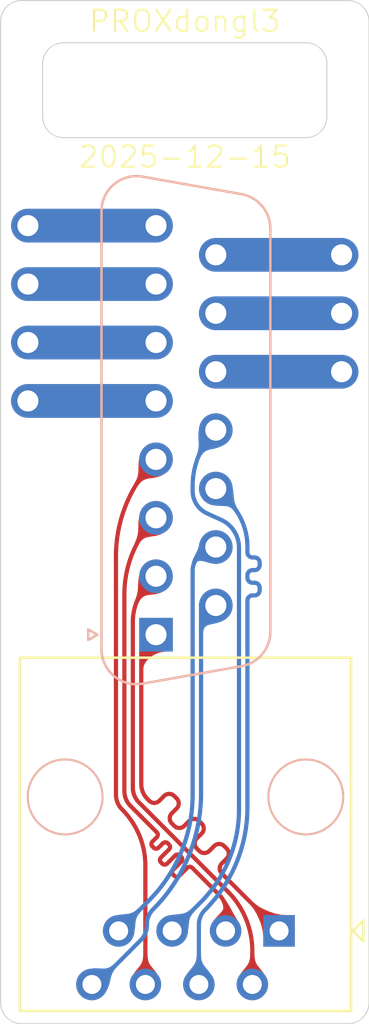
<source format=kicad_pcb>
(kicad_pcb (version 20241229) (generator "pcbnew") (generator_version "9.0")
  (layers (0 "F.Cu" signal) (2 "B.Cu" signal) (13 "F.Paste" user) (15 "B.Paste" user) (5 "F.SilkS" user "F.Silkscreen") (7 "B.SilkS" user "B.Silkscreen") (1 "F.Mask" user) (3 "B.Mask" user) (25 "Edge.Cuts" user))
  (net 0 "")
  (net 1 "unconnected-(J1-P14-Pad14)")
  (net 2 "/ETH7")
  (net 3 "/ETH6")
  (net 4 "unconnected-(J1-P15-Pad15)")
  (net 5 "/ETH1")
  (net 6 "unconnected-(J1-Pad7)")
  (net 7 "/ETH8")
  (net 8 "/ETH5")
  (net 9 "unconnected-(J1-Pad8)")
  (net 10 "unconnected-(J1-P13-Pad13)")
  (net 11 "/ETH4")
  (net 12 "/ETH3")
  (net 13 "unconnected-(J1-Pad6)")
  (net 14 "/ETH2")
  (net 15 "unconnected-(J1-Pad5)")
  (footprint "" (layer "F.Cu") (at 101.3 60.67)
    (property "Reference" "" (at 0 0 0) (layer "F.SilkS") (effects (font (size 1.27 1.27))))
    (property "Value" "")
    (pad "8" thru_hole circle (at 0 0 270) (size 1.6 1.6) (drill 1) (layers "*.Cu" "*.Mask") (net 9 "unconnected-(J1-Pad8)"))
  )
  (footprint "" (layer "F.Cu") (at 116.2 64.825)
    (property "Reference" "" (at 0 0 0) (layer "F.SilkS") (effects (font (size 1.27 1.27))))
    (property "Value" "")
    (pad "14" thru_hole circle (at 0 0 270) (size 1.6 1.6) (drill 1) (layers "*.Cu" "*.Mask") (net 1 "unconnected-(J1-P14-Pad14)"))
  )
  (footprint "" (layer "F.Cu") (at 116.2 67.595)
    (property "Reference" "" (at 0 0 0) (layer "F.SilkS") (effects (font (size 1.27 1.27))))
    (property "Value" "")
    (pad "13" thru_hole circle (at 0 0 270) (size 1.6 1.6) (drill 1) (layers "*.Cu" "*.Mask") (net 10 "unconnected-(J1-P13-Pad13)"))
  )
  (footprint "" (layer "F.Cu") (at 101.304188 63.44)
    (property "Reference" "" (at 0 0 0) (layer "F.SilkS") (effects (font (size 1.27 1.27))))
    (property "Value" "")
    (pad "7" thru_hole circle (at 0 0 270) (size 1.6 1.6) (drill 1) (layers "*.Cu" "*.Mask") (net 6 "unconnected-(J1-Pad7)"))
  )
  (footprint "" (layer "F.Cu") (at 101.3 68.98)
    (property "Reference" "" (at 0 0 0) (layer "F.SilkS") (effects (font (size 1.27 1.27))))
    (property "Value" "")
    (pad "5" thru_hole circle (at 0 0 270) (size 1.6 1.6) (drill 1) (layers "*.Cu" "*.Mask") (net 15 "unconnected-(J1-Pad5)"))
  )
  (footprint "" (layer "F.Cu") (at 116.2 62.055)
    (property "Reference" "" (at 0 0 0) (layer "F.SilkS") (effects (font (size 1.27 1.27))))
    (property "Value" "")
    (pad "15" thru_hole circle (at 0 0 270) (size 1.6 1.6) (drill 1) (layers "*.Cu" "*.Mask") (net 4 "unconnected-(J1-P15-Pad15)"))
  )
  (footprint "" (layer "F.Cu") (at 101.3 66.21)
    (property "Reference" "" (at 0 0 0) (layer "F.SilkS") (effects (font (size 1.27 1.27))))
    (property "Value" "")
    (pad "6" thru_hole circle (at 0 0 270) (size 1.6 1.6) (drill 1) (layers "*.Cu" "*.Mask") (net 13 "unconnected-(J1-Pad6)"))
  )
  (footprint "Connector_RJ:RJ45_OST_PJ012-8P8CX_Vertical" (layer "F.Cu") (at 113.23 94.1 180)
    (property "Reference" "J2" (hide yes))
    (property "Value" "RJ45" (hide yes))
    (fp_line (start 12.31 12.95) (end -3.42 12.95) (stroke (width 0.12)) (layer "F.SilkS"))
    (fp_line (start 12.31 -3.79) (end 12.31 12.95) (stroke (width 0.12)) (layer "F.SilkS"))
    (fp_line (start 12.3 -3.79) (end -3.42 -3.79) (stroke (width 0.12)) (layer "F.SilkS"))
    (fp_line (start -3.42 -3.79) (end -3.42 12.95) (stroke (width 0.12)) (layer "F.SilkS"))
    (fp_line (start -3.5 0) (end -4 -0.5) (stroke (width 0.12)) (layer "F.SilkS"))
    (fp_line (start -4 0.5) (end -3.5 0) (stroke (width 0.12)) (layer "F.SilkS"))
    (fp_line (start -4 -0.5) (end -4 0.5) (stroke (width 0.12)) (layer "F.SilkS"))
    (pad "" np_thru_hole circle (at -1.27 6.35 180) (size 3.65 3.65) (drill 3.45) (layers "*.Cu" "*.SilkS" "*.Mask"))
    (pad "" np_thru_hole circle (at 10.16 6.35 180) (size 3.65 3.65) (drill 3.45) (layers "*.Cu" "*.SilkS" "*.Mask"))
    (pad "1" thru_hole rect (at 0 0 180) (size 1.5 1.5) (drill 0.9) (layers "*.Cu" "*.Mask") (net 5 "/ETH1"))
    (pad "2" thru_hole circle (at 1.27 -2.54 180) (size 1.5 1.5) (drill 0.9) (layers "*.Cu" "*.Mask") (net 14 "/ETH2"))
    (pad "3" thru_hole circle (at 2.54 0 180) (size 1.5 1.5) (drill 0.9) (layers "*.Cu" "*.Mask") (net 12 "/ETH3"))
    (pad "4" thru_hole circle (at 3.81 -2.54 180) (size 1.5 1.5) (drill 0.9) (layers "*.Cu" "*.Mask") (net 11 "/ETH4"))
    (pad "5" thru_hole circle (at 5.08 0 180) (size 1.5 1.5) (drill 0.9) (layers "*.Cu" "*.Mask") (net 8 "/ETH5"))
    (pad "6" thru_hole circle (at 6.35 -2.54 180) (size 1.5 1.5) (drill 0.9) (layers "*.Cu" "*.Mask") (net 3 "/ETH6"))
    (pad "7" thru_hole circle (at 7.62 0 180) (size 1.5 1.5) (drill 0.9) (layers "*.Cu" "*.Mask") (net 2 "/ETH7"))
    (pad "8" thru_hole circle (at 8.89 -2.54 180) (size 1.5 1.5) (drill 0.9) (layers "*.Cu" "*.Mask") (net 7 "/ETH8"))
  )
  (footprint "Connector_Dsub:DSUB-15_Socket_Vertical_P2.77x2.84mm" (layer "B.Cu") (at 107.385 80.06 -90)
    (property "Reference" "J1" (hide yes))
    (property "Value" "DA15_Socket" (hide yes))
    (fp_line (start -0.248149 3.216506) (end 0.251851 3.216506) (stroke (width 0.12)) (layer "B.SilkS"))
    (fp_line (start 0.251851 3.216506) (end 0.001851 2.783493) (stroke (width 0.12)) (layer "B.SilkS"))
    (fp_line (start 0.001851 2.783493) (end -0.248149 3.216506) (stroke (width 0.12)) (layer "B.SilkS"))
    (fp_line (start -20.076689 2.59) (end 0.686689 2.59) (stroke (width 0.12)) (layer "B.SilkS"))
    (fp_line (start 2.32147 0.641744) (end 1.492733 -4.058256) (stroke (width 0.12)) (layer "B.SilkS"))
    (fp_line (start -20.882733 -4.058256) (end -21.71147 0.641744) (stroke (width 0.12)) (layer "B.SilkS"))
    (fp_line (start -0.142048 -5.43) (end -19.247952 -5.43) (stroke (width 0.12)) (layer "B.SilkS"))
    (fp_arc (start -20.076689 2.59) (mid -21.348323 1.997027) (end -21.71147 0.641744) (stroke (width 0.12)) (layer "B.SilkS"))
    (fp_arc (start 2.32147 0.641744) (mid 1.958323 1.997027) (end 0.686689 2.59) (stroke (width 0.12)) (layer "B.SilkS"))
    (fp_arc (start -20.882733 -4.058256) (mid -20.31498 -5.041634) (end -19.247952 -5.43) (stroke (width 0.12)) (layer "B.SilkS"))
    (fp_arc (start -0.142048 -5.43) (mid 0.92498 -5.041634) (end 1.492733 -4.058256) (stroke (width 0.12)) (layer "B.SilkS"))
    (pad "1" thru_hole rect (at 0 0 270) (size 1.6 1.6) (drill 1) (layers "*.Cu" "*.Mask") (net 5 "/ETH1"))
    (pad "2" thru_hole circle (at -2.77 0 270) (size 1.6 1.6) (drill 1) (layers "*.Cu" "*.Mask") (net 14 "/ETH2"))
    (pad "3" thru_hole circle (at -5.54 0 270) (size 1.6 1.6) (drill 1) (layers "*.Cu" "*.Mask") (net 12 "/ETH3"))
    (pad "4" thru_hole circle (at -8.31 0 270) (size 1.6 1.6) (drill 1) (layers "*.Cu" "*.Mask") (net 3 "/ETH6"))
    (pad "5" thru_hole circle (at -11.08 0 270) (size 1.6 1.6) (drill 1) (layers "*.Cu" "*.Mask") (net 15 "unconnected-(J1-Pad5)"))
    (pad "6" thru_hole circle (at -13.85 0 270) (size 1.6 1.6) (drill 1) (layers "*.Cu" "*.Mask") (net 13 "unconnected-(J1-Pad6)"))
    (pad "7" thru_hole circle (at -16.62 0 270) (size 1.6 1.6) (drill 1) (layers "*.Cu" "*.Mask") (net 6 "unconnected-(J1-Pad7)"))
    (pad "8" thru_hole circle (at -19.39 0 270) (size 1.6 1.6) (drill 1) (layers "*.Cu" "*.Mask") (net 9 "unconnected-(J1-Pad8)"))
    (pad "9" thru_hole circle (at -1.385 -2.84 270) (size 1.6 1.6) (drill 1) (layers "*.Cu" "*.Mask") (net 7 "/ETH8"))
    (pad "10" thru_hole circle (at -4.155 -2.84 270) (size 1.6 1.6) (drill 1) (layers "*.Cu" "*.Mask") (net 2 "/ETH7"))
    (pad "11" thru_hole circle (at -6.925 -2.84 270) (size 1.6 1.6) (drill 1) (layers "*.Cu" "*.Mask") (net 11 "/ETH4"))
    (pad "12" thru_hole circle (at -9.695 -2.84 270) (size 1.6 1.6) (drill 1) (layers "*.Cu" "*.Mask") (net 8 "/ETH5"))
    (pad "13" thru_hole circle (at -12.465 -2.84 270) (size 1.6 1.6) (drill 1) (layers "*.Cu" "*.Mask") (net 10 "unconnected-(J1-P13-Pad13)"))
    (pad "14" thru_hole circle (at -15.235 -2.84 270) (size 1.6 1.6) (drill 1) (layers "*.Cu" "*.Mask") (net 1 "unconnected-(J1-P14-Pad14)"))
    (pad "15" thru_hole circle (at -18.005 -2.84 270) (size 1.6 1.6) (drill 1) (layers "*.Cu" "*.Mask") (net 4 "unconnected-(J1-P15-Pad15)"))
  )
  (gr_line (start 114.5 56.5) (end 103 56.5) (stroke (width 0.05)) (layer "Edge.Cuts"))
  (gr_line (start 100 97.5) (end 100 51) (stroke (width 0.05)) (layer "Edge.Cuts"))
  (gr_line (start 117.5 51) (end 117.5 97.5) (stroke (width 0.05)) (layer "Edge.Cuts"))
  (gr_arc (start 115.5 55.5) (mid 115.207107 56.207107) (end 114.5 56.5) (stroke (width 0.05)) (layer "Edge.Cuts"))
  (gr_line (start 101 50) (end 116.5 50) (stroke (width 0.05)) (layer "Edge.Cuts"))
  (gr_arc (start 116.5 50) (mid 117.207107 50.292893) (end 117.5 51) (stroke (width 0.05)) (layer "Edge.Cuts"))
  (gr_arc (start 114.5 52) (mid 115.207107 52.292893) (end 115.5 53) (stroke (width 0.05)) (layer "Edge.Cuts"))
  (gr_arc (start 101 98.5) (mid 100.292893 98.207107) (end 100 97.5) (stroke (width 0.05)) (layer "Edge.Cuts"))
  (gr_line (start 102 55.5) (end 102 53) (stroke (width 0.05)) (layer "Edge.Cuts"))
  (gr_line (start 116.5 98.5) (end 101 98.5) (stroke (width 0.05)) (layer "Edge.Cuts"))
  (gr_line (start 103 52) (end 114.5 52) (stroke (width 0.05)) (layer "Edge.Cuts"))
  (gr_arc (start 102 53) (mid 102.292893 52.292893) (end 103 52) (stroke (width 0.05)) (layer "Edge.Cuts"))
  (gr_line (start 115.5 53) (end 115.5 55.5) (stroke (width 0.05)) (layer "Edge.Cuts"))
  (gr_arc (start 117.5 97.5) (mid 117.207107 98.207107) (end 116.5 98.5) (stroke (width 0.05)) (layer "Edge.Cuts"))
  (gr_arc (start 103 56.5) (mid 102.292893 56.207107) (end 102 55.5) (stroke (width 0.05)) (layer "Edge.Cuts"))
  (gr_arc (start 100 51) (mid 100.292893 50.292893) (end 101 50) (stroke (width 0.05)) (layer "Edge.Cuts"))
  (gr_text "PROXdongl3\n\n\n\n2025-12-15" (at 108.75 58 0) (layer "F.SilkS") (effects (font (size 1 1) (thickness 0.1)) (justify bottom)))
  (segment (start 110.225 64.825) (end 116.2 64.825) (width 1.6) (layers "F.Cu" "F.Mask") (net 1))
  (segment (start 110.225 64.825) (end 116.2 64.825) (width 1.6) (layer "B.Cu") (net 1))
  (segment (start 109.416893 76.333107) (end 109.845 75.905) (width 0.2) (layer "B.Cu") (net 2))
  (segment (start 109.124 87.641773) (end 109.124 77.040214) (width 0.2) (layer "B.Cu") (net 2))
  (segment (start 109.845 75.905) (end 110.225 75.905) (width 0.2) (layer "B.Cu") (net 2))
  (segment (start 105.61 94.1) (end 107.042033 92.668001) (width 0.2) (layer "B.Cu") (net 2))
  (segment (start 105.61 94.1) (end 105.5 93.99) (width 0.2) (layer "B.Cu") (net 2))
  (arc (start 107.042033 92.668001) (mid 108.582913 90.361955) (end 109.124 87.641773) (width 0.2) (layer "B.Cu") (net 2))
  (arc (start 109.416893 76.333107) (mid 109.20012 76.65753) (end 109.124 77.040214) (width 0.2) (layer "B.Cu") (net 2))
  (segment (start 106.88 96.64) (end 106.88 91.014127) (width 0.2) (layer "F.Cu") (net 3))
  (segment (start 105.482 87.639086) (end 105.482 76.344198) (width 0.2) (layer "F.Cu") (net 3))
  (arc (start 105.774893 88.346193) (mid 106.592798 89.570264) (end 106.88 91.014127) (width 0.2) (layer "F.Cu") (net 3))
  (arc (start 107.385 71.75) (mid 105.976563 73.857856) (end 105.482 76.344198) (width 0.2) (layer "F.Cu") (net 3))
  (arc (start 105.774893 88.346193) (mid 105.55812 88.02177) (end 105.482 87.639086) (width 0.2) (layer "F.Cu") (net 3))
  (segment (start 110.225 62.055) (end 116.2 62.055) (width 1.6) (layers "F.Cu" "F.Mask") (net 4))
  (segment (start 110.225 62.055) (end 116.2 62.055) (width 1.6) (layer "B.Cu") (net 4))
  (segment (start 106.685 80.76) (end 106.685 87.140786) (width 0.2) (layer "F.Cu") (net 5))
  (segment (start 108.728115 89.12294) (end 108.960045 88.891007) (width 0.2) (layer "F.Cu") (net 5))
  (segment (start 110.62316 90.078947) (end 110.741953 90.19774) (width 0.2) (layer "F.Cu") (net 5))
  (segment (start 107.385 80.06) (end 106.685 80.76) (width 0.2) (layer "F.Cu") (net 5))
  (segment (start 110.741953 90.672916) (end 110.51002 90.904846) (width 0.2) (layer "F.Cu") (net 5))
  (segment (start 107.385 80.06) (end 106.977893 80.467107) (width 0.2) (layer "F.Cu") (net 5))
  (segment (start 107.540176 87.935001) (end 107.772106 87.703068) (width 0.2) (layer "F.Cu") (net 5))
  (segment (start 109.554014 89.484977) (end 109.322081 89.716907) (width 0.2) (layer "F.Cu") (net 5))
  (segment (start 109.916054 90.310879) (end 110.147984 90.078946) (width 0.2) (layer "F.Cu") (net 5))
  (segment (start 110.628817 91.498817) (end 111.065 91.935) (width 0.2) (layer "F.Cu") (net 5))
  (segment (start 109.435221 88.891008) (end 109.554014 89.009801) (width 0.2) (layer "F.Cu") (net 5))
  (segment (start 109.322082 90.192083) (end 109.440878 90.310878) (width 0.2) (layer "F.Cu") (net 5))
  (segment (start 108.366075 88.297038) (end 108.134142 88.528968) (width 0.2) (layer "F.Cu") (net 5))
  (segment (start 111.065 91.935) (end 113.23 94.1) (width 0.2) (layer "F.Cu") (net 5))
  (segment (start 108.247282 87.703069) (end 108.366075 87.821862) (width 0.2) (layer "F.Cu") (net 5))
  (segment (start 110.510021 91.380022) (end 110.628817 91.498817) (width 0.2) (layer "F.Cu") (net 5))
  (segment (start 106.977893 87.847893) (end 107.065 87.935) (width 0.2) (layer "F.Cu") (net 5))
  (segment (start 108.134143 89.004144) (end 108.252939 89.122939) (width 0.2) (layer "F.Cu") (net 5))
  (arc (start 108.134142 88.528968) (mid 108.035731 88.766556) (end 108.134143 89.004144) (width 0.2) (layer "F.Cu") (net 5))
  (arc (start 110.51002 90.904846) (mid 110.411609 91.142434) (end 110.510021 91.380022) (width 0.2) (layer "F.Cu") (net 5))
  (arc (start 109.440878 90.310878) (mid 109.678467 90.40929) (end 109.916054 90.310879) (width 0.2) (layer "F.Cu") (net 5))
  (arc (start 110.147984 90.078946) (mid 110.385572 89.980535) (end 110.62316 90.078947) (width 0.2) (layer "F.Cu") (net 5))
  (arc (start 110.741953 90.19774) (mid 110.840365 90.435328) (end 110.741953 90.672916) (width 0.2) (layer "F.Cu") (net 5))
  (arc (start 107.065 87.935) (mid 107.302589 88.033412) (end 107.540176 87.935001) (width 0.2) (layer "F.Cu") (net 5))
  (arc (start 108.366075 87.821862) (mid 108.464487 88.05945) (end 108.366075 88.297038) (width 0.2) (layer "F.Cu") (net 5))
  (arc (start 108.252939 89.122939) (mid 108.490528 89.221351) (end 108.728115 89.12294) (width 0.2) (layer "F.Cu") (net 5))
  (arc (start 107.772106 87.703068) (mid 108.009694 87.604657) (end 108.247282 87.703069) (width 0.2) (layer "F.Cu") (net 5))
  (arc (start 109.554014 89.009801) (mid 109.652426 89.247389) (end 109.554014 89.484977) (width 0.2) (layer "F.Cu") (net 5))
  (arc (start 106.685 87.140786) (mid 106.76112 87.52347) (end 106.977893 87.847893) (width 0.2) (layer "F.Cu") (net 5))
  (arc (start 109.322081 89.716907) (mid 109.22367 89.954495) (end 109.322082 90.192083) (width 0.2) (layer "F.Cu") (net 5))
  (arc (start 108.960045 88.891007) (mid 109.197633 88.792596) (end 109.435221 88.891008) (width 0.2) (layer "F.Cu") (net 5))
  (segment (start 107.385 63.44) (end 101.3 63.44) (width 1.6) (layers "F.Cu" "F.Mask") (net 6))
  (segment (start 107.385 63.44) (end 101.3 63.44) (width 1.6) (layer "B.Cu") (net 6))
  (segment (start 106.953893 93.828232) (end 106.953893 93.785982) (width 0.2) (layer "B.Cu") (net 7))
  (segment (start 109.525 87.578835) (end 109.525 79.789214) (width 0.2) (layer "B.Cu") (net 7))
  (segment (start 104.556339 96.64) (end 106.661 94.535339) (width 0.2) (layer "B.Cu") (net 7))
  (segment (start 104.34 96.64) (end 104.556339 96.64) (width 0.2) (layer "B.Cu") (net 7))
  (segment (start 109.817893 79.082107) (end 110.225 78.675) (width 0.2) (layer "B.Cu") (net 7))
  (arc (start 109.525 79.789214) (mid 109.60112 79.406531) (end 109.817893 79.082107) (width 0.2) (layer "B.Cu") (net 7))
  (arc (start 106.953893 93.785982) (mid 107.030013 93.403299) (end 107.246786 93.078875) (width 0.2) (layer "B.Cu") (net 7))
  (arc (start 106.661 94.535339) (mid 106.877773 94.210916) (end 106.953893 93.828232) (width 0.2) (layer "B.Cu") (net 7))
  (arc (start 107.246786 93.078875) (mid 108.932921 90.555415) (end 109.525 87.578835) (width 0.2) (layer "B.Cu") (net 7))
  (segment (start 111.326 75.937102) (end 111.326 88.341275) (width 0.2) (layer "B.Cu") (net 8))
  (segment (start 109.4997 92.750316) (end 108.15 94.1) (width 0.2) (layer "B.Cu") (net 8))
  (segment (start 109.123999 73.094481) (end 109.123997 73.24715) (width 0.2) (layer "B.Cu") (net 8))
  (segment (start 109.124 73.050762) (end 109.123999 73.094481) (width 0.2) (layer "B.Cu") (net 8))
  (segment (start 109.124 73.022931) (end 109.124 73.050762) (width 0.2) (layer "B.Cu") (net 8))
  (segment (start 109.80946 74.311291) (end 110.472761 74.612516) (width 0.2) (layer "B.Cu") (net 8))
  (arc (start 109.123997 73.24715) (mid 109.310191 73.880054) (end 109.80946 74.311291) (width 0.2) (layer "B.Cu") (net 8))
  (arc (start 110.225 70.365) (mid 109.410133 71.584481) (end 109.124 73.022931) (width 0.2) (layer "B.Cu") (net 8))
  (arc (start 111.326 88.341275) (mid 110.85136 90.727434) (end 109.4997 92.750316) (width 0.2) (layer "B.Cu") (net 8))
  (arc (start 111.326 75.937102) (mid 111.094227 75.149297) (end 110.472761 74.612516) (width 0.2) (layer "B.Cu") (net 8))
  (segment (start 107.385 60.67) (end 101.3 60.67) (width 1.6) (layers "F.Cu" "F.Mask") (net 9))
  (segment (start 107.379675 60.664675) (end 107.385 60.67) (width 0.2) (layer "F.Cu") (net 9))
  (segment (start 107.385 60.67) (end 101.3 60.67) (width 1.6) (layer "B.Cu") (net 9))
  (segment (start 110.225 67.595) (end 116.2 67.595) (width 1.6) (layers "F.Cu" "F.Mask") (net 10))
  (segment (start 110.225 67.595) (end 116.2 67.595) (width 1.6) (layer "B.Cu") (net 10))
  (segment (start 109.42 93.811314) (end 109.42 96.64) (width 0.2) (layer "B.Cu") (net 11))
  (segment (start 111.727 78.438473) (end 111.727 78.558473) (width 0.2) (layer "B.Cu") (net 11))
  (segment (start 112.307 77.838473) (end 112.307 77.958473) (width 0.2) (layer "B.Cu") (net 11))
  (segment (start 110.225 73.135) (end 110.837673 73.747673) (width 0.2) (layer "B.Cu") (net 11))
  (segment (start 111.967 76.398473) (end 112.067 76.398473) (width 0.2) (layer "B.Cu") (net 11))
  (segment (start 111.727 78.611757) (end 111.727 79.948824) (width 0.2) (layer "B.Cu") (net 11))
  (segment (start 111.727 78.558473) (end 111.727 78.611757) (width 0.2) (layer "B.Cu") (net 11))
  (segment (start 112.307 76.638473) (end 112.307 76.758473) (width 0.2) (layer "B.Cu") (net 11))
  (segment (start 112.067 76.998473) (end 111.967 76.998473) (width 0.2) (layer "B.Cu") (net 11))
  (segment (start 111.727 79.948824) (end 111.727 88.241834) (width 0.2) (layer "B.Cu") (net 11))
  (segment (start 112.067 78.198473) (end 111.967 78.198473) (width 0.2) (layer "B.Cu") (net 11))
  (segment (start 111.727005 75.894771) (end 111.727 76.158473) (width 0.2) (layer "B.Cu") (net 11))
  (segment (start 111.727 77.238473) (end 111.727 77.358473) (width 0.2) (layer "B.Cu") (net 11))
  (segment (start 111.967 77.598473) (end 112.067 77.598473) (width 0.2) (layer "B.Cu") (net 11))
  (arc (start 111.727 88.241834) (mid 111.203571 90.873289) (end 109.712893 93.104207) (width 0.2) (layer "B.Cu") (net 11))
  (arc (start 111.727 77.358473) (mid 111.797294 77.528179) (end 111.967 77.598473) (width 0.2) (layer "B.Cu") (net 11))
  (arc (start 111.967 76.998473) (mid 111.797294 77.068767) (end 111.727 77.238473) (width 0.2) (layer "B.Cu") (net 11))
  (arc (start 112.307 77.958473) (mid 112.236706 78.128179) (end 112.067 78.198473) (width 0.2) (layer "B.Cu") (net 11))
  (arc (start 112.307 76.758473) (mid 112.236706 76.928179) (end 112.067 76.998473) (width 0.2) (layer "B.Cu") (net 11))
  (arc (start 111.727 76.158473) (mid 111.797294 76.328179) (end 111.967 76.398473) (width 0.2) (layer "B.Cu") (net 11))
  (arc (start 112.067 76.398473) (mid 112.236706 76.468767) (end 112.307 76.638473) (width 0.2) (layer "B.Cu") (net 11))
  (arc (start 109.712893 93.104207) (mid 109.49612 93.428631) (end 109.42 93.811314) (width 0.2) (layer "B.Cu") (net 11))
  (arc (start 110.837673 73.747673) (mid 111.495887 74.73277) (end 111.727005 75.894771) (width 0.2) (layer "B.Cu") (net 11))
  (arc (start 112.067 77.598473) (mid 112.236706 77.668767) (end 112.307 77.838473) (width 0.2) (layer "B.Cu") (net 11))
  (arc (start 111.967 78.198473) (mid 111.797294 78.268767) (end 111.727 78.438473) (width 0.2) (layer "B.Cu") (net 11))
  (segment (start 109.162381 91.166581) (end 109.3279 91.3321) (width 0.2) (layer "F.Cu") (net 12))
  (segment (start 109.104397 91.108597) (end 109.162381 91.166581) (width 0.2) (layer "F.Cu") (net 12))
  (segment (start 108.002727 90.238858) (end 107.619475 90.622109) (width 0.2) (layer "F.Cu") (net 12))
  (segment (start 107.4229 89.659031) (end 107.216424 89.865506) (width 0.2) (layer "F.Cu") (net 12))
  (segment (start 108.199302 91.433867) (end 108.257284 91.491849) (width 0.2) (layer "F.Cu") (net 12))
  (segment (start 107.216424 90.097437) (end 107.274406 90.155419) (width 0.2) (layer "F.Cu") (net 12))
  (segment (start 109.3279 91.3321) (end 110.281037 92.285237) (width 0.2) (layer "F.Cu") (net 12))
  (segment (start 110.281037 92.285237) (end 110.397107 92.401307) (width 0.2) (layer "F.Cu") (net 12))
  (segment (start 107.944743 89.948943) (end 108.002727 90.006927) (width 0.2) (layer "F.Cu") (net 12))
  (segment (start 107.506337 90.155419) (end 107.712812 89.948943) (width 0.2) (layer "F.Cu") (net 12))
  (segment (start 107.909388 90.912022) (end 108.292639 90.52877) (width 0.2) (layer "F.Cu") (net 12))
  (segment (start 108.582554 90.818685) (end 108.199302 91.201936) (width 0.2) (layer "F.Cu") (net 12))
  (segment (start 107.619475 90.85404) (end 107.677457 90.912022) (width 0.2) (layer "F.Cu") (net 12))
  (segment (start 105.883 78.146129) (end 105.883 87.472986) (width 0.2) (layer "F.Cu") (net 12))
  (segment (start 108.52457 90.52877) (end 108.582554 90.586754) (width 0.2) (layer "F.Cu") (net 12))
  (segment (start 106.175893 88.180093) (end 107.4229 89.4271) (width 0.2) (layer "F.Cu") (net 12))
  (segment (start 108.489215 91.491849) (end 108.872466 91.108597) (width 0.2) (layer "F.Cu") (net 12))
  (segment (start 110.69 93.108414) (end 110.69 94.1) (width 0.2) (layer "F.Cu") (net 12))
  (arc (start 107.677457 90.912022) (mid 107.793423 90.960056) (end 107.909388 90.912022) (width 0.2) (layer "F.Cu") (net 12))
  (arc (start 110.397107 92.401307) (mid 110.61388 92.725731) (end 110.69 93.108414) (width 0.2) (layer "F.Cu") (net 12))
  (arc (start 105.883 87.472986) (mid 105.95912 87.855669) (end 106.175893 88.180093) (width 0.2) (layer "F.Cu") (net 12))
  (arc (start 108.199302 91.201936) (mid 108.151268 91.317901) (end 108.199302 91.433867) (width 0.2) (layer "F.Cu") (net 12))
  (arc (start 107.4229 89.4271) (mid 107.470934 89.543066) (end 107.4229 89.659031) (width 0.2) (layer "F.Cu") (net 12))
  (arc (start 108.002727 90.006927) (mid 108.050761 90.122893) (end 108.002727 90.238858) (width 0.2) (layer "F.Cu") (net 12))
  (arc (start 107.619475 90.622109) (mid 107.571441 90.738074) (end 107.619475 90.85404) (width 0.2) (layer "F.Cu") (net 12))
  (arc (start 107.712812 89.948943) (mid 107.828777 89.900909) (end 107.944743 89.948943) (width 0.2) (layer "F.Cu") (net 12))
  (arc (start 108.292639 90.52877) (mid 108.408604 90.480736) (end 108.52457 90.52877) (width 0.2) (layer "F.Cu") (net 12))
  (arc (start 108.582554 90.586754) (mid 108.630588 90.70272) (end 108.582554 90.818685) (width 0.2) (layer "F.Cu") (net 12))
  (arc (start 107.274406 90.155419) (mid 107.390372 90.203453) (end 107.506337 90.155419) (width 0.2) (layer "F.Cu") (net 12))
  (arc (start 107.216424 89.865506) (mid 107.16839 89.981471) (end 107.216424 90.097437) (width 0.2) (layer "F.Cu") (net 12))
  (arc (start 107.385 74.52) (mid 106.273353 76.18369) (end 105.883 78.146129) (width 0.2) (layer "F.Cu") (net 12))
  (arc (start 108.872466 91.108597) (mid 108.988431 91.060563) (end 109.104397 91.108597) (width 0.2) (layer "F.Cu") (net 12))
  (arc (start 108.257284 91.491849) (mid 108.37325 91.539883) (end 108.489215 91.491849) (width 0.2) (layer "F.Cu") (net 12))
  (segment (start 107.385 66.21) (end 101.3 66.21) (width 1.6) (layers "F.Cu" "F.Mask") (net 13))
  (segment (start 107.385 66.21) (end 101.3 66.21) (width 1.6) (layer "B.Cu") (net 13))
  (segment (start 111.96 96.64) (end 111.96 95.064265) (width 0.2) (layer "F.Cu") (net 14))
  (segment (start 110.781137 92.218237) (end 106.576893 88.013993) (width 0.2) (layer "F.Cu") (net 14))
  (segment (start 107.037789 77.637211) (end 107.385 77.29) (width 0.2) (layer "F.Cu") (net 14))
  (segment (start 106.284 87.306886) (end 106.284 79.457019) (width 0.2) (layer "F.Cu") (net 14))
  (arc (start 106.576893 88.013993) (mid 106.36012 87.68957) (end 106.284 87.306886) (width 0.2) (layer "F.Cu") (net 14))
  (arc (start 107.037789 77.637211) (mid 106.479903 78.472146) (end 106.284 79.457019) (width 0.2) (layer "F.Cu") (net 14))
  (arc (start 111.96 95.064265) (mid 111.653623 93.524006) (end 110.781137 92.218237) (width 0.2) (layer "F.Cu") (net 14))
  (segment (start 107.385 68.98) (end 101.3 68.98) (width 1.6) (layers "F.Cu" "F.Mask") (net 15))
  (segment (start 107.385 68.98) (end 101.3 68.98) (width 1.6) (layer "B.Cu") (net 15))
)
</source>
